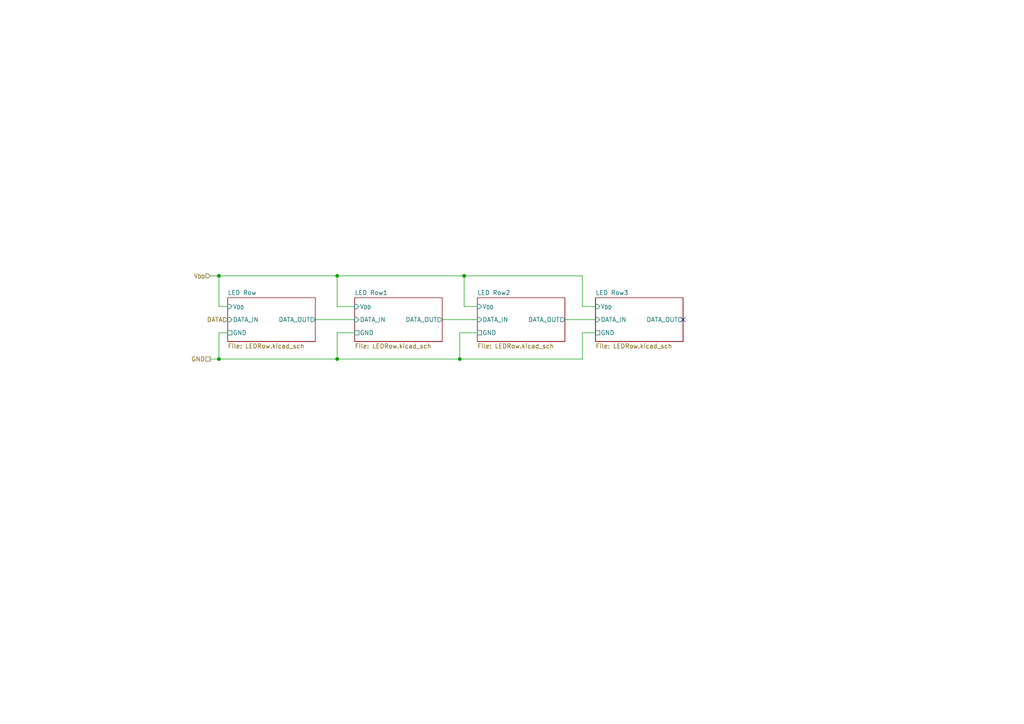
<source format=kicad_sch>
(kicad_sch (version 20211123) (generator eeschema)
  (paper "A4")
  (lib_symbols)
  (junction (at 133.35 104.14))
  (junction (at 97.79 104.14))
  (junction (at 134.62 80.01))
  (junction (at 97.79 80.01))
  (junction (at 63.5 80.01))
  (junction (at 63.5 104.14))
  (no_connect (at 198.12 92.71))
  (wire (pts (xy 134.62 80.01) (xy 168.91 80.01)))
  (wire (pts (xy 97.79 104.14) (xy 97.79 96.52)))
  (wire (pts (xy 97.79 80.01) (xy 134.62 80.01)))
  (wire (pts (xy 97.79 96.52) (xy 102.87 96.52)))
  (wire (pts (xy 66.04 88.9) (xy 63.5 88.9)))
  (wire (pts (xy 168.91 80.01) (xy 168.91 88.9)))
  (wire (pts (xy 133.35 104.14) (xy 168.91 104.14)))
  (wire (pts (xy 63.5 96.52) (xy 63.5 104.14)))
  (wire (pts (xy 133.35 96.52) (xy 133.35 104.14)))
  (wire (pts (xy 60.96 80.01) (xy 63.5 80.01)))
  (wire (pts (xy 138.43 88.9) (xy 134.62 88.9)))
  (wire (pts (xy 134.62 80.01) (xy 134.62 88.9)))
  (wire (pts (xy 63.5 80.01) (xy 97.79 80.01)))
  (wire (pts (xy 163.83 92.71) (xy 172.72 92.71)))
  (wire (pts (xy 97.79 80.01) (xy 97.79 88.9)))
  (wire (pts (xy 63.5 80.01) (xy 63.5 88.9)))
  (wire (pts (xy 66.04 96.52) (xy 63.5 96.52)))
  (wire (pts (xy 97.79 104.14) (xy 133.35 104.14)))
  (wire (pts (xy 172.72 96.52) (xy 168.91 96.52)))
  (wire (pts (xy 97.79 88.9) (xy 102.87 88.9)))
  (wire (pts (xy 60.96 104.14) (xy 63.5 104.14)))
  (wire (pts (xy 128.27 92.71) (xy 138.43 92.71)))
  (wire (pts (xy 172.72 88.9) (xy 168.91 88.9)))
  (wire (pts (xy 138.43 96.52) (xy 133.35 96.52)))
  (wire (pts (xy 91.44 92.71) (xy 102.87 92.71)))
  (wire (pts (xy 63.5 104.14) (xy 97.79 104.14)))
  (wire (pts (xy 168.91 96.52) (xy 168.91 104.14)))
  (hierarchical_label "V_{DD}" (shape input) (at 60.96 80.01 180))
  (hierarchical_label "GND" (shape passive) (at 60.96 104.14 180))
  (hierarchical_label "DATA" (shape input) (at 66.04 92.71 180))
  (sheet (at 138.43 86.36) (size 25.4 12.7) (stroke (width 0.1524))
    (property "Sheet name" "LED Row2" (at 138.43 85.6484 0) (effects (justify left bottom)))
    (property "Sheet file" "LEDRow.kicad_sch" (at 138.43 99.6446 0) (effects (justify left top)))
    (pin "GND" passive (at 138.43 96.52 180))
    (pin "DATA_IN" input (at 138.43 92.71 180))
    (pin "V_{DD}" input (at 138.43 88.9 180))
    (pin "DATA_OUT" output (at 163.83 92.71 0))
  )
  (sheet (at 172.72 86.36) (size 25.4 12.7) (stroke (width 0.1524))
    (property "Sheet name" "LED Row3" (at 172.72 85.6484 0) (effects (justify left bottom)))
    (property "Sheet file" "LEDRow.kicad_sch" (at 172.72 99.6446 0) (effects (justify left top)))
    (pin "GND" passive (at 172.72 96.52 180))
    (pin "DATA_IN" input (at 172.72 92.71 180))
    (pin "V_{DD}" input (at 172.72 88.9 180))
    (pin "DATA_OUT" output (at 198.12 92.71 0))
  )
  (sheet (at 66.04 86.36) (size 25.4 12.7) (stroke (width 0.1524))
    (property "Sheet name" "LED Row" (at 66.04 85.6484 0) (effects (justify left bottom)))
    (property "Sheet file" "LEDRow.kicad_sch" (at 66.04 99.6446 0) (effects (justify left top)))
    (pin "GND" passive (at 66.04 96.52 180))
    (pin "DATA_IN" input (at 66.04 92.71 180))
    (pin "V_{DD}" input (at 66.04 88.9 180))
    (pin "DATA_OUT" output (at 91.44 92.71 0))
  )
  (sheet (at 102.87 86.36) (size 25.4 12.7) (stroke (width 0.1524))
    (property "Sheet name" "LED Row1" (at 102.87 85.6484 0) (effects (justify left bottom)))
    (property "Sheet file" "LEDRow.kicad_sch" (at 102.87 99.6446 0) (effects (justify left top)))
    (pin "GND" passive (at 102.87 96.52 180))
    (pin "DATA_IN" input (at 102.87 92.71 180))
    (pin "V_{DD}" input (at 102.87 88.9 180))
    (pin "DATA_OUT" output (at 128.27 92.71 0))
  )
)
</source>
